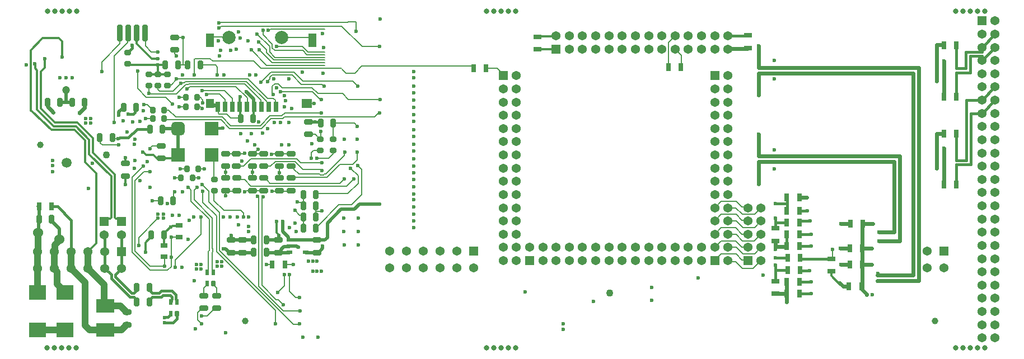
<source format=gbl>
G04*
G04 #@! TF.GenerationSoftware,Altium Limited,Altium Designer,20.0.2 (26)*
G04*
G04 Layer_Physical_Order=4*
G04 Layer_Color=16737819*
%FSLAX44Y44*%
%MOMM*%
G71*
G01*
G75*
%ADD14C,0.6000*%
%ADD15C,0.2000*%
%ADD18R,0.8000X1.3000*%
%ADD21R,2.8000X2.0000*%
%ADD25R,1.3000X0.8000*%
G04:AMPARAMS|DCode=31|XSize=0.8mm|YSize=1.3mm|CornerRadius=0.2mm|HoleSize=0mm|Usage=FLASHONLY|Rotation=180.000|XOffset=0mm|YOffset=0mm|HoleType=Round|Shape=RoundedRectangle|*
%AMROUNDEDRECTD31*
21,1,0.8000,0.9000,0,0,180.0*
21,1,0.4000,1.3000,0,0,180.0*
1,1,0.4000,-0.2000,0.4500*
1,1,0.4000,0.2000,0.4500*
1,1,0.4000,0.2000,-0.4500*
1,1,0.4000,-0.2000,-0.4500*
%
%ADD31ROUNDEDRECTD31*%
G04:AMPARAMS|DCode=34|XSize=0.8mm|YSize=1.3mm|CornerRadius=0.2mm|HoleSize=0mm|Usage=FLASHONLY|Rotation=270.000|XOffset=0mm|YOffset=0mm|HoleType=Round|Shape=RoundedRectangle|*
%AMROUNDEDRECTD34*
21,1,0.8000,0.9000,0,0,270.0*
21,1,0.4000,1.3000,0,0,270.0*
1,1,0.4000,-0.4500,-0.2000*
1,1,0.4000,-0.4500,0.2000*
1,1,0.4000,0.4500,0.2000*
1,1,0.4000,0.4500,-0.2000*
%
%ADD34ROUNDEDRECTD34*%
G04:AMPARAMS|DCode=35|XSize=0.8mm|YSize=1mm|CornerRadius=0.2mm|HoleSize=0mm|Usage=FLASHONLY|Rotation=0.000|XOffset=0mm|YOffset=0mm|HoleType=Round|Shape=RoundedRectangle|*
%AMROUNDEDRECTD35*
21,1,0.8000,0.6000,0,0,0.0*
21,1,0.4000,1.0000,0,0,0.0*
1,1,0.4000,0.2000,-0.3000*
1,1,0.4000,-0.2000,-0.3000*
1,1,0.4000,-0.2000,0.3000*
1,1,0.4000,0.2000,0.3000*
%
%ADD35ROUNDEDRECTD35*%
G04:AMPARAMS|DCode=38|XSize=0.8mm|YSize=1mm|CornerRadius=0.2mm|HoleSize=0mm|Usage=FLASHONLY|Rotation=270.000|XOffset=0mm|YOffset=0mm|HoleType=Round|Shape=RoundedRectangle|*
%AMROUNDEDRECTD38*
21,1,0.8000,0.6000,0,0,270.0*
21,1,0.4000,1.0000,0,0,270.0*
1,1,0.4000,-0.3000,-0.2000*
1,1,0.4000,-0.3000,0.2000*
1,1,0.4000,0.3000,0.2000*
1,1,0.4000,0.3000,-0.2000*
%
%ADD38ROUNDEDRECTD38*%
G04:AMPARAMS|DCode=40|XSize=2.54mm|YSize=0.9144mm|CornerRadius=0mm|HoleSize=0mm|Usage=FLASHONLY|Rotation=90.000|XOffset=0mm|YOffset=0mm|HoleType=Round|Shape=Octagon|*
%AMOCTAGOND40*
4,1,8,0.2286,1.2700,-0.2286,1.2700,-0.4572,1.0414,-0.4572,-1.0414,-0.2286,-1.2700,0.2286,-1.2700,0.4572,-1.0414,0.4572,1.0414,0.2286,1.2700,0.0*
%
%ADD40OCTAGOND40*%

%ADD48C,1.0000*%
%ADD88C,0.4000*%
%ADD90C,0.5000*%
%ADD91C,1.0000*%
%ADD92C,0.3810*%
%ADD93C,0.3000*%
%ADD95C,1.3716*%
%ADD96R,1.3716X1.3716*%
%ADD97R,1.3716X1.3716*%
%ADD98C,2.0000*%
%ADD99C,1.5240*%
%ADD100C,0.6000*%
%ADD101C,1.1000*%
%ADD102C,1.5000*%
%ADD103C,1.2000*%
%ADD104C,0.8000*%
%ADD117R,1.0000X0.8000*%
%ADD118R,0.6000X0.9000*%
G04:AMPARAMS|DCode=119|XSize=0.9mm|YSize=0.6mm|CornerRadius=0.15mm|HoleSize=0mm|Usage=FLASHONLY|Rotation=90.000|XOffset=0mm|YOffset=0mm|HoleType=Round|Shape=RoundedRectangle|*
%AMROUNDEDRECTD119*
21,1,0.9000,0.3000,0,0,90.0*
21,1,0.6000,0.6000,0,0,90.0*
1,1,0.3000,0.1500,0.3000*
1,1,0.3000,0.1500,-0.3000*
1,1,0.3000,-0.1500,-0.3000*
1,1,0.3000,-0.1500,0.3000*
%
%ADD119ROUNDEDRECTD119*%
%ADD120R,0.9500X0.6000*%
%ADD121R,2.0000X2.0000*%
G04:AMPARAMS|DCode=122|XSize=2mm|YSize=2mm|CornerRadius=0.5mm|HoleSize=0mm|Usage=FLASHONLY|Rotation=270.000|XOffset=0mm|YOffset=0mm|HoleType=Round|Shape=RoundedRectangle|*
%AMROUNDEDRECTD122*
21,1,2.0000,1.0000,0,0,270.0*
21,1,1.0000,2.0000,0,0,270.0*
1,1,1.0000,-0.5000,-0.5000*
1,1,1.0000,-0.5000,0.5000*
1,1,1.0000,0.5000,0.5000*
1,1,1.0000,0.5000,-0.5000*
%
%ADD122ROUNDEDRECTD122*%
%ADD123R,2.5000X2.3000*%
%ADD124R,0.7000X1.6000*%
%ADD125R,1.2000X1.4000*%
%ADD126R,1.6000X1.4000*%
%ADD127R,1.2000X2.0000*%
D14*
X3255912Y585108D02*
G03*
X3256520Y583640I2076J0D01*
G01*
Y661640D02*
G03*
X3254106Y662640I-2414J-2414D01*
G01*
X3001520Y356640D02*
X3017520D01*
X3155520Y305140D02*
X3218020D01*
X3155520Y313640D02*
X3209520D01*
X3157520Y365640D02*
X3189020D01*
X3157520Y378640D02*
X3180520D01*
X3189020Y365640D02*
Y493790D01*
X2975520D02*
X3189020D01*
X3180520Y378640D02*
Y485290D01*
X2975520Y493790D02*
Y527140D01*
Y485290D02*
X3180520D01*
X2975520Y451940D02*
Y485290D01*
X3132520Y291640D02*
Y354640D01*
X3100520Y329640D02*
X3113520D01*
X3037470Y431640D02*
X3048520D01*
X3098520Y301640D02*
X3103535Y296625D01*
X3132520Y329640D02*
X3146520D01*
X3132520Y354640D02*
X3146520D01*
X3134296Y391640D02*
X3148520D01*
X3133520Y392416D02*
X3134296Y391640D01*
X3218020Y305140D02*
Y627790D01*
X2975520D02*
X3218020D01*
X3209520Y313640D02*
Y619290D01*
X2975520D02*
X3209520D01*
X3245520Y607640D02*
Y662640D01*
X3254106D01*
X2975520Y627790D02*
Y661140D01*
Y585940D02*
Y619290D01*
X3139520Y283640D02*
Y284640D01*
X3132520Y354640D02*
Y390640D01*
X2929520Y655640D02*
X2930520Y656640D01*
X2958520D01*
X2959520Y657640D01*
X3100520Y391640D02*
X3114520D01*
X3099520Y354640D02*
X3113520D01*
X3103535Y296625D02*
X3108505D01*
X3132520Y390640D02*
X3133520Y391640D01*
X3132520Y291640D02*
X3139520Y284640D01*
X3018520Y272640D02*
Y285640D01*
X3001520D02*
X3018520D01*
Y303640D02*
X3018520Y303640D01*
X3018520Y285640D02*
Y303640D01*
X3001520Y356640D02*
Y365640D01*
X3017520Y356640D02*
X3018520Y357640D01*
X3255912Y450900D02*
Y505640D01*
Y450900D02*
X3256128D01*
X3245520Y528270D02*
X3256128D01*
X3245520Y475640D02*
Y528270D01*
X3255912Y585108D02*
Y637640D01*
X1900520Y568987D02*
Y575640D01*
X1956520Y566640D02*
Y575640D01*
X1948520Y559640D02*
X1955520Y566640D01*
X2158070Y568640D02*
Y570640D01*
X2157570Y571140D02*
X2158070Y570640D01*
X2148820Y571140D02*
X2157570D01*
X2146320Y573640D02*
X2148820Y571140D01*
X1900520Y568987D02*
X1909193Y560313D01*
D15*
X2967522Y323640D02*
X2979522Y335640D01*
X2951471Y323640D02*
X2967522D01*
X3087520Y339640D02*
Y352640D01*
X3086520Y338640D02*
X3087520Y339640D01*
X3085520Y338640D02*
X3086520D01*
X2315348Y602640D02*
X2318348Y599640D01*
X2318520Y600195D02*
Y600195D01*
X2365520Y619640D02*
X2375835Y629955D01*
X2346308Y625110D02*
X2351778Y619640D01*
X2212203Y637900D02*
X2222993Y627110D01*
X2150350Y637900D02*
X2212203D01*
X2351778Y619640D02*
X2365520D01*
X2222993Y627110D02*
X2345309D01*
X2146540Y641710D02*
X2150350Y637900D01*
X2123680Y641710D02*
X2146540D01*
X2122410Y640440D02*
X2123680Y641710D01*
X2122410Y616880D02*
Y640440D01*
X2542911Y629955D02*
X2546396Y626470D01*
X2231520Y329640D02*
X2240520D01*
X2224520Y298155D02*
Y430640D01*
X2858520Y628640D02*
X2858520Y628640D01*
X2849520Y655640D02*
X2858692Y646468D01*
Y644812D02*
Y646468D01*
Y628640D02*
Y644640D01*
X2839520Y628640D02*
X2839662Y628782D01*
Y665782D02*
X2849520Y675640D01*
X2839662Y628782D02*
Y665782D01*
X2919378Y345498D02*
X2941987D01*
X2941329Y333782D02*
X2951471Y323640D01*
X2929520Y335640D02*
X2931378Y333782D01*
X2941329D01*
X2909520Y335640D02*
X2919378Y345498D01*
X2950836Y336649D02*
X2958513D01*
X2941987Y345498D02*
X2950836Y336649D01*
X2958513D02*
X2959522Y335640D01*
X2969664Y345782D02*
X2979522Y355640D01*
X2929520D02*
X2942086D01*
X2951944Y345782D01*
X2969664D01*
X2959104Y356058D02*
X2959522Y355640D01*
X2919378Y365498D02*
X2941396D01*
X2951648Y365640D02*
X2969522D01*
X2929520Y375640D02*
X2941648D01*
X2909520Y355640D02*
X2919378Y365498D01*
X2950836Y356058D02*
X2959104D01*
X2969522Y365640D02*
X2979522Y375640D01*
X2941043Y385640D02*
X2950836Y375847D01*
X2919520Y385640D02*
X2941043D01*
X2941648Y375640D02*
X2951648Y365640D01*
X2958522Y374640D02*
X2959522Y375640D01*
X2950836Y375847D02*
X2957315D01*
X2958522Y374640D01*
X2951855Y385782D02*
X2969664D01*
X2941997Y395640D02*
X2951855Y385782D01*
X2909520Y375640D02*
X2919520Y385640D01*
X2929520Y395640D02*
X2941997D01*
X2969664Y385782D02*
X2979522Y395640D01*
X2919378Y425498D02*
X2942252D01*
X2941960Y405640D02*
X2950836Y396764D01*
X2958398D01*
X2919520Y405640D02*
X2941960D01*
X2958398Y396764D02*
X2959522Y395640D01*
X2941385Y415640D02*
X2951243Y405782D01*
X2929520Y415640D02*
X2941385D01*
X2909520Y395640D02*
X2919520Y405640D01*
X2951243Y405782D02*
X2969664D01*
X2979522Y415640D01*
X2909520D02*
X2919378Y425498D01*
X2958258Y416904D02*
X2959522Y415640D01*
X2950845Y416904D02*
X2958258D01*
X2941396Y365498D02*
X2950836Y356058D01*
X2942252Y425498D02*
X2950845Y416904D01*
X2563520Y626640D02*
X2580700D01*
X2590090Y617250D01*
X2375835Y629955D02*
X2542911D01*
X2367519Y682639D02*
Y695977D01*
X2366606Y696890D02*
X2367519Y695977D01*
X2354770Y696890D02*
X2366606D01*
X2231289Y650871D02*
X2242802Y639358D01*
X2159520Y687640D02*
X2159692D01*
X2161837Y689785D01*
X2161918D01*
X2162773Y690640D01*
X2345094D01*
X2151320Y674640D02*
X2173520D01*
X2111520Y595640D02*
X2112602D01*
X2115842Y598880D02*
X2185463D01*
X2113517Y602640D02*
X2113757Y602880D01*
X2198433D01*
X2108618Y606880D02*
X2160205D01*
X2106905Y605167D02*
X2108618Y606880D01*
X2119925Y610880D02*
X2119925Y610880D01*
X2125465D02*
X2125465Y610880D01*
X2104035D02*
X2119925D01*
X2103285Y605167D02*
X2106905D01*
X2119925Y610880D02*
X2125465D01*
X2125465Y610880D02*
X2154510D01*
X2112602Y595640D02*
X2115842Y598880D01*
X2134280Y593082D02*
X2167932D01*
X2185463Y598880D02*
X2202520Y581823D01*
X2110035Y602640D02*
X2113517D01*
X2201573Y606880D02*
X2232570Y575883D01*
X2203675Y610880D02*
X2232991Y581564D01*
X2286520Y607640D02*
X2361977D01*
X2273369Y620791D02*
X2286520Y607640D01*
X2300548Y597640D02*
X2309548Y588640D01*
X2255762Y597640D02*
X2300548D01*
X2249763Y603639D02*
X2255762Y597640D01*
X2244034Y603639D02*
X2249763D01*
X2240519Y600125D02*
X2244034Y603639D01*
X2240519Y588488D02*
Y600125D01*
Y588488D02*
X2241444Y587564D01*
X2241704Y581564D02*
X2244800Y578468D01*
X2232991Y581564D02*
X2241704D01*
X2167932Y593082D02*
X2180070Y580944D01*
X2160893Y587610D02*
X2169070Y579433D01*
X2141284Y587610D02*
X2160893D01*
X2160205Y606880D02*
X2201573D01*
X2103795Y610640D02*
X2104035Y610880D01*
X2095520Y610640D02*
X2103795D01*
X2154510Y610880D02*
X2203675D01*
X2107520Y580640D02*
X2109520Y582640D01*
X2266520Y288827D02*
X2275706Y279640D01*
X2266520Y288827D02*
Y314640D01*
X2275706Y279640D02*
X2281520D01*
X2169520Y476640D02*
X2169520Y476640D01*
Y461640D02*
Y476640D01*
X2210520Y499640D02*
X2210520Y499640D01*
X2167155Y411640D02*
X2192520D01*
X2152348Y435812D02*
X2152470Y435690D01*
X2192520Y411640D02*
X2196520Y407640D01*
X1979520Y521640D02*
X1980520Y520640D01*
X1998520Y521640D02*
X1999520Y520640D01*
X2072520Y509640D02*
X2072520Y509640D01*
X2092520Y460640D02*
X2102520D01*
X2101520Y474640D02*
X2111520D01*
X2141520Y299140D02*
Y300640D01*
X2136520Y294140D02*
X2141520Y299140D01*
X2136520Y282640D02*
Y294140D01*
X2151520Y299140D02*
Y300640D01*
Y299140D02*
X2156520Y294140D01*
Y282640D02*
Y294140D01*
X2154020Y263640D02*
X2156520D01*
X2142020Y251640D02*
X2154020Y263640D01*
X2133520Y251640D02*
X2142020D01*
X2134020Y263640D02*
X2136520D01*
X2127520Y257140D02*
X2134020Y263640D01*
X2127520Y245640D02*
Y257140D01*
Y245640D02*
X2133520Y239640D01*
X2244800Y569910D02*
X2246070Y568640D01*
X2102520Y604402D02*
X2103285Y605167D01*
X2202070Y568640D02*
X2202520Y569090D01*
X1999520Y520640D02*
X2007520D01*
X2053520Y600640D02*
X2054520Y599640D01*
X2067520Y594640D02*
Y600640D01*
Y594640D02*
X2069520Y592640D01*
X2090520D01*
X2082520Y601640D02*
X2087520D01*
X2081520Y600640D02*
X2082520Y601640D01*
X2244800Y569910D02*
Y578468D01*
X2053520Y598640D02*
X2054520Y599640D01*
X2053520Y587640D02*
Y598640D01*
X2090520Y592640D02*
X2101932Y604052D01*
X2099520Y582640D02*
X2109520D01*
X2099520Y568640D02*
X2109520D01*
X2036520Y596303D02*
Y622640D01*
X2053520Y587640D02*
X2095035D01*
X2049996Y582827D02*
X2079333D01*
X2089277Y572883D01*
X2036520Y596303D02*
X2049996Y582827D01*
X2055005Y505640D02*
X2059005Y509640D01*
X2072520D01*
X2119520Y460640D02*
X2120520Y459640D01*
X2286520Y384640D02*
X2286520Y384640D01*
X2287520Y419414D02*
Y420495D01*
X2284596Y423419D02*
X2287520Y420495D01*
X2076520Y563640D02*
X2083520D01*
X2058520Y426640D02*
X2071520D01*
X2090520D02*
Y429140D01*
X2092520Y438558D02*
Y439764D01*
X2091119Y429739D02*
Y437156D01*
X2092520Y438558D01*
X2090520Y429140D02*
X2091119Y429739D01*
X2082101Y321344D02*
X2087500Y326742D01*
X2055930Y321344D02*
X2082101D01*
X2032520Y350411D02*
Y457125D01*
X1980520Y513640D02*
Y520640D01*
Y513640D02*
X1983520Y510640D01*
X2008520D01*
X2097520Y631640D02*
X2105020D01*
X2112520D01*
X2092520Y648640D02*
X2095520Y645640D01*
X2092520Y648640D02*
Y654640D01*
Y673640D02*
X2105348D01*
X2105020Y631640D02*
X2105520Y632140D01*
Y673640D01*
X2048520Y660640D02*
X2057520Y651640D01*
X2067520D01*
X2048520Y660640D02*
Y680360D01*
X2048180Y680700D02*
X2048520Y680360D01*
X1982520Y621640D02*
Y636568D01*
X2169520Y440640D02*
X2186520D01*
X2169520Y434054D02*
Y440640D01*
X2199602Y439640D02*
X2201371Y441408D01*
X2251520Y440640D02*
X2268520D01*
X2251520Y440640D02*
X2251520Y440640D01*
X2169520Y497640D02*
X2185520D01*
X2210520Y469640D02*
Y478640D01*
X2210520Y478640D02*
X2210520Y478640D01*
Y459640D02*
Y469640D01*
X2268520Y497640D02*
X2268520Y497640D01*
Y459640D02*
X2271020D01*
X2275077Y462023D02*
X2275192Y462138D01*
X2251520Y459640D02*
Y468640D01*
Y478640D01*
X2198259Y458140D02*
X2207759Y448640D01*
X2186520Y459640D02*
X2188020Y458140D01*
X2220949Y448640D02*
X2220949Y448640D01*
X2237020Y452640D02*
X2342520D01*
X2230479Y459640D02*
X2233020Y457099D01*
X2240520Y440640D02*
X2251520D01*
X2271020Y459640D02*
X2273403Y462023D01*
X2240602Y496640D02*
X2241602Y497640D01*
X2268520D01*
X2283515Y423419D02*
X2284596D01*
X2287520Y418536D02*
Y419414D01*
Y435640D01*
Y384536D02*
Y401536D01*
X2306520D02*
Y410036D01*
Y418536D01*
Y410036D02*
X2314916D01*
X2315520Y410640D01*
X2306520Y385512D02*
X2309444Y388436D01*
X2375659Y435532D02*
Y473501D01*
X2120520Y459640D02*
X2121520Y460640D01*
X2129520D01*
X2128520Y474640D02*
X2137520D01*
X2152348Y435812D02*
Y438716D01*
X2180070Y568640D02*
Y580944D01*
X2312892Y579640D02*
X2313520D01*
X2152106Y460226D02*
Y492054D01*
X2150520Y458640D02*
X2152106Y460226D01*
X2169070Y568640D02*
Y579433D01*
X2152144Y438921D02*
X2152348Y438716D01*
X2152470Y426325D02*
Y435690D01*
X2149239Y438921D02*
X2152144D01*
X2152470Y426325D02*
X2167155Y411640D01*
X2148520Y495640D02*
X2152106Y492054D01*
X2144520Y424640D02*
Y440640D01*
X2309444Y389419D02*
X2310427D01*
X2341147Y420139D01*
X2306520Y384536D02*
Y385512D01*
X2309444Y388436D02*
Y389419D01*
X2341147Y420139D02*
X2360265D01*
X2369520Y479640D02*
X2375659Y473501D01*
X2273306Y473854D02*
Y475716D01*
X2270382Y478640D02*
X2273306Y475716D01*
X2268520Y478640D02*
X2270382D01*
X2227520Y478640D02*
X2237949D01*
X2244949Y485640D01*
X2261949D01*
X2261949Y485640D01*
X2275091D01*
X2286855Y473876D01*
X2273403Y462023D02*
X2275077D01*
X2210520Y497640D02*
X2212479D01*
X2227520D01*
X2212479D02*
X2212521D01*
X2286855Y473876D02*
X2315520D01*
X2306520Y435640D02*
X2307770Y436890D01*
X2220949Y448640D02*
X2352520D01*
X2188020Y458140D02*
X2198259D01*
X2233020Y456640D02*
X2237020Y452640D01*
X2311870Y519790D02*
X2312520D01*
X2305020Y526640D02*
X2311870Y519790D01*
X2295520Y526640D02*
X2305020D01*
X2332520Y519790D02*
Y543640D01*
X2364520D01*
X2299392Y499512D02*
X2302670Y502790D01*
X2312520D01*
X2325519Y490639D02*
X2332520Y497640D01*
X2307936Y490639D02*
X2325519D01*
X2332520Y497640D02*
Y502790D01*
X2095035Y587640D02*
X2110035Y602640D01*
X2087520Y601640D02*
X2095520Y609640D01*
Y610640D01*
X2400764Y559384D02*
X2400863Y559285D01*
X2394665Y553285D02*
X2400764Y559384D01*
X2126520Y582640D02*
X2131348D01*
X2134078Y592880D02*
X2134280Y593082D01*
X2270369Y616791D02*
X2284520Y602640D01*
X2315348D01*
X2236662Y613125D02*
X2240328Y616791D01*
X2212521Y497640D02*
X2218933Y504053D01*
X2083520Y563640D02*
X2094290Y552870D01*
X2273306Y473854D02*
X2280520Y466640D01*
X2312520Y519790D02*
X2313520Y520790D01*
X2259520Y559640D02*
X2314302D01*
X2259165Y553285D02*
X2394665D01*
X2134520Y450640D02*
X2144520Y440640D01*
X2140756Y587082D02*
X2141284Y587610D01*
X2135520Y423640D02*
Y440640D01*
X2277520Y489640D02*
X2283520Y483640D01*
X2400863Y559285D02*
X2402520D01*
X2254520Y554640D02*
X2259520Y559640D01*
X2376094Y659640D02*
X2402520D01*
X2286054Y659639D02*
X2294227Y651466D01*
X2286397Y653639D02*
X2292570Y647466D01*
X2231824Y631335D02*
X2319520D01*
X2244459Y643358D02*
X2319520D01*
X2242802Y639358D02*
X2319520D01*
X2208519Y654639D02*
X2231824Y631335D01*
X2239825Y635335D02*
X2319520D01*
X2220520Y654640D02*
X2239825Y635335D01*
X2162605Y696750D02*
X2354630D01*
X2048520Y550573D02*
X2059453D01*
X2294227Y651466D02*
X2319520D01*
X2292570Y647466D02*
X2319520D01*
X2246519Y659639D02*
X2286054D01*
X2240520Y662125D02*
Y663640D01*
X2240519Y662124D02*
X2240520Y662125D01*
X2240519Y657154D02*
Y662124D01*
Y657154D02*
X2244034Y653639D01*
X2286397D01*
X2231289Y650871D02*
Y654871D01*
X2219520Y666640D02*
X2231289Y654871D01*
X2089277Y572397D02*
Y572883D01*
X2223520Y605640D02*
X2238671Y620791D01*
X2240328Y616791D02*
X2270369D01*
X2236519Y651298D02*
X2244459Y643358D01*
X2275192Y462138D02*
X2310879D01*
X2311377Y461640D01*
X2280520Y466640D02*
X2312033D01*
X2313034Y465639D01*
X2299392Y490713D02*
Y499512D01*
X2283520Y483640D02*
X2315520D01*
X2311377Y461640D02*
X2319661D01*
X2320159Y462138D01*
X2323037D01*
X2342539Y481639D01*
X2313034Y465639D02*
X2318004D01*
X2319005Y466640D01*
X2321520D01*
X2352520Y448640D02*
X2363519Y459639D01*
X2239520Y496640D02*
X2240602D01*
X2207759Y448640D02*
X2220949D01*
X2233020Y456640D02*
Y457099D01*
X2055005Y505640D02*
X2055520Y505126D01*
Y504639D02*
Y505126D01*
X2370115Y452219D02*
Y464043D01*
X2358519Y474557D02*
X2359601D01*
X2196520Y401640D02*
Y407640D01*
X2135520Y423640D02*
X2156520Y403640D01*
X2283324Y423610D02*
X2283515Y423419D01*
X2278520Y423610D02*
X2283324D01*
X2278519Y423611D02*
X2278520Y423610D01*
X2278519Y423611D02*
Y424640D01*
X2218520Y433241D02*
X2220078Y431683D01*
X2224520Y430640D02*
X2226520Y432640D01*
X2046035Y470640D02*
X2055520D01*
X2222845Y569865D02*
X2224070Y568640D01*
X2232570Y571140D02*
Y575883D01*
X2222845Y569865D02*
Y578468D01*
X2232570Y571140D02*
X2235070Y568640D01*
X2154520Y631640D02*
X2157520Y628640D01*
Y616880D02*
Y628640D01*
X2131520Y631640D02*
X2154520D01*
X2254320Y673640D02*
X2297320D01*
X2301320Y669640D01*
X2173520Y674640D02*
X2174520Y673640D01*
X2146320Y669640D02*
X2151320Y674640D01*
X2226520Y677640D02*
Y684640D01*
Y677640D02*
X2240520Y663640D01*
X2235602Y684640D02*
X2237602Y686640D01*
X2234520Y684640D02*
X2235602D01*
X2162404Y696550D02*
X2162605Y696750D01*
X2237602Y686640D02*
X2319520D01*
X2160198Y696550D02*
X2162404D01*
X2354630Y696750D02*
X2354770Y696890D01*
X2159433Y695785D02*
X2160198Y696550D01*
X2299251Y490572D02*
X2299392Y490713D01*
X2299251Y490223D02*
Y490572D01*
X2259520Y329640D02*
X2272520D01*
X2001520Y645793D02*
X2021526Y665799D01*
X2051601Y571559D02*
X2055520Y567640D01*
X2055979D01*
X2059453Y550573D02*
X2059520Y550640D01*
X2055979Y567640D02*
X2059520Y564099D01*
X2045582Y571559D02*
X2051601D01*
X2059520Y563640D02*
Y564099D01*
X2028520Y348754D02*
X2055930Y321344D01*
X2028520Y348754D02*
Y461640D01*
X2045676Y478796D01*
X2032520Y457125D02*
X2046035Y470640D01*
X2236519Y651298D02*
Y659641D01*
X2217520Y678640D02*
X2236519Y659641D01*
X2233520Y606640D02*
Y607722D01*
X2236662Y610864D02*
Y613125D01*
X2238671Y620791D02*
X2273369D01*
X2318157Y599832D02*
X2318520Y600195D01*
X2233520Y607722D02*
X2236662Y610864D01*
X2135320Y578268D02*
X2135520Y578468D01*
X2135320Y574739D02*
Y578268D01*
X2131348Y582640D02*
X2135520Y578468D01*
X2126520Y568640D02*
X2131520D01*
X2134520Y565640D01*
X2038520Y370640D02*
X2067520Y399640D01*
X2038520Y358640D02*
Y370640D01*
X2151520Y317640D02*
Y319140D01*
X2149220Y322312D02*
Y333704D01*
X2122270Y427643D02*
Y442390D01*
X2126458Y446578D01*
X2122270Y427643D02*
X2149531Y400382D01*
X2117770Y425779D02*
Y442390D01*
X2113520Y445558D02*
Y446640D01*
X2114602Y445558D02*
X2117770Y442390D01*
Y425779D02*
X2145031Y398518D01*
Y351171D02*
Y398518D01*
X2126458Y446578D02*
X2126561D01*
X2113520Y445558D02*
X2114602D01*
X2087500Y342537D02*
X2087602Y342640D01*
X2087520Y342722D02*
Y371640D01*
X2132424Y401544D02*
X2132520Y401640D01*
X2093520Y336309D02*
X2132424Y375212D01*
X2087520Y342722D02*
X2087602Y342640D01*
X2087500Y326742D02*
Y342537D01*
X2093520Y325640D02*
Y336309D01*
X2132424Y375212D02*
Y401544D01*
X2143812Y349952D02*
X2145031Y351171D01*
X2143812Y331475D02*
Y349952D01*
X2141520Y317640D02*
X2143520Y319640D01*
X2149520D02*
Y322012D01*
X2143520Y322012D02*
X2143820Y322312D01*
X2143812Y331475D02*
X2143820Y331467D01*
X2149212Y333712D02*
X2149220Y333704D01*
X2143820Y322312D02*
Y331467D01*
X2150431Y348934D02*
Y353407D01*
X2149531Y354308D02*
Y400382D01*
X2149212Y333712D02*
Y347715D01*
X2143520Y319640D02*
Y322012D01*
X2149520Y319640D02*
X2151520Y317640D01*
X2149531Y354308D02*
X2150431Y353407D01*
X2149212Y347715D02*
X2150431Y348934D01*
X2149220Y322312D02*
X2149520Y322012D01*
X2185520Y497640D02*
X2197520D01*
X2198519Y498639D01*
X2207949Y489640D02*
X2277520D01*
X2185520Y478640D02*
X2196949D01*
X2207949Y489640D01*
X2218933Y504053D02*
Y504552D01*
X2076520Y550640D02*
X2078290Y548870D01*
X2158070Y568640D02*
X2158520Y568190D01*
Y558812D02*
X2159692Y557640D01*
X2158520Y558812D02*
Y568190D01*
X2078290Y548870D02*
X2162789D01*
X2094290Y552870D02*
X2164446D01*
X2171520Y557640D02*
X2177520Y551640D01*
X2159692Y557640D02*
X2171520D01*
X2177520Y551640D02*
X2191740D01*
X2191905Y551475D01*
X2192740Y550640D01*
X2313520Y579640D02*
X2314998D01*
X2292321Y573639D02*
X2303519D01*
X2292320Y573640D02*
X2292321Y573639D01*
X2309548Y588640D02*
X2346520D01*
X2355520Y579640D01*
X2403520D01*
X2314302Y559640D02*
X2314657Y559285D01*
X2256520Y550640D02*
X2259165Y553285D01*
X2345094Y690640D02*
X2376094Y659640D01*
X2210520Y441640D02*
X2227520D01*
X2198520Y439640D02*
X2199602D01*
X2201371Y441408D02*
X2210289D01*
X2210520Y441640D02*
X2210520Y441640D01*
X2210289Y441408D02*
X2210520Y441640D01*
X2274520Y411640D02*
X2281520Y404640D01*
X2274520Y411640D02*
Y411640D01*
X2281520Y404640D02*
X2284596D01*
X2287520Y401716D01*
Y401536D02*
Y401716D01*
X2202520Y569090D02*
Y581823D01*
X2313520Y520790D02*
Y531640D01*
X2307519Y490223D02*
X2307936Y490639D01*
X2300892Y591639D02*
X2312892Y579640D01*
X2252519Y591639D02*
X2300892D01*
X2198433Y602880D02*
X2222845Y578468D01*
X2238662Y550640D02*
X2256520D01*
X2223661Y535639D02*
X2238662Y550640D01*
X2162789Y548870D02*
X2176019Y535639D01*
X2223661D01*
X2237005Y554640D02*
X2254520D01*
X2222005Y539639D02*
X2237005Y554640D01*
X2164446Y552870D02*
X2177676Y539639D01*
X2222005D01*
X2361977Y607640D02*
X2369494Y600123D01*
X2087520Y371640D02*
X2099520D01*
X2076520Y341640D02*
X2077520Y340640D01*
Y327640D02*
Y340640D01*
X2032520Y350411D02*
X2055291Y327640D01*
X2077520D01*
X2361977Y607640D02*
X2369612Y600005D01*
X2144520Y424640D02*
X2160520Y408640D01*
X2354786Y436890D02*
X2370115Y452219D01*
X2307770Y436890D02*
X2354786D01*
X2360265Y420139D02*
X2375659Y435532D01*
X2359601Y474557D02*
X2370115Y464043D01*
X2363519Y459639D02*
Y459640D01*
X2350520Y498558D02*
Y499640D01*
X2349755Y498875D02*
X2350520Y499640D01*
X2364520Y543640D02*
X2368875Y539285D01*
X2368520Y488393D02*
Y499640D01*
X2321520Y466640D02*
X2349755Y494875D01*
Y498875D01*
X2342539Y481639D02*
X2361766D01*
X2368520Y488393D01*
X2342520Y452640D02*
X2349520Y459640D01*
X1982520Y636568D02*
X2010080Y664128D01*
X2021526Y679446D02*
X2022780Y680700D01*
X2010080Y664128D02*
Y680700D01*
X2021526Y665799D02*
Y679446D01*
X2001520Y544640D02*
Y645793D01*
X2156520Y349184D02*
Y403640D01*
X2160520Y350841D02*
Y408640D01*
X2220078Y296940D02*
Y431683D01*
X2257378Y259640D02*
X2282520D01*
X2271920Y239442D02*
X2281718D01*
X2245520Y239640D02*
Y260184D01*
X2156520Y349184D02*
X2245520Y260184D01*
X2160520Y350841D02*
X2271920Y239442D01*
X2220078Y296940D02*
X2257378Y259640D01*
X2249617Y276394D02*
X2256945Y269065D01*
X2246281Y276394D02*
X2249617D01*
X2224520Y298155D02*
X2246281Y276394D01*
X2248520Y287640D02*
X2258520Y297640D01*
Y314640D01*
D18*
X2839520Y628640D02*
D03*
X2858520D02*
D03*
X3038520Y321640D02*
D03*
X3019520D02*
D03*
Y339640D02*
D03*
X3038520D02*
D03*
X3037520Y303640D02*
D03*
X3018520D02*
D03*
X3037520Y285640D02*
D03*
X3018520D02*
D03*
X3037520Y357640D02*
D03*
X3018520D02*
D03*
X3112520Y296640D02*
D03*
X3131520D02*
D03*
X3113520Y329640D02*
D03*
X3132520D02*
D03*
X3113520Y354640D02*
D03*
X3132520D02*
D03*
X3114520Y391640D02*
D03*
X3133520D02*
D03*
X3018470Y431640D02*
D03*
X3037470D02*
D03*
X3037520Y411370D02*
D03*
X3018520D02*
D03*
X3037520Y393640D02*
D03*
X3018520D02*
D03*
X3037520Y375640D02*
D03*
X3018520D02*
D03*
X3275128Y450900D02*
D03*
X3256128D02*
D03*
X3275128Y528270D02*
D03*
X3256128D02*
D03*
X3275128Y661640D02*
D03*
X3256128D02*
D03*
X3275128Y583640D02*
D03*
X3256128D02*
D03*
X2544520Y626640D02*
D03*
X2563520D02*
D03*
X2240520Y329640D02*
D03*
X2259520D02*
D03*
X1906520Y417640D02*
D03*
X1887520D02*
D03*
D21*
X1987520Y230640D02*
D03*
Y267470D02*
D03*
D25*
X2641520Y674640D02*
D03*
Y655640D02*
D03*
X2959520Y676640D02*
D03*
Y657640D02*
D03*
X3001520Y304640D02*
D03*
Y285640D02*
D03*
Y384640D02*
D03*
Y365640D02*
D03*
X3085520Y338640D02*
D03*
Y319640D02*
D03*
D31*
X2071520Y426640D02*
D03*
X2090520D02*
D03*
X2057520Y374640D02*
D03*
X2076520D02*
D03*
X2212520Y348690D02*
D03*
X2231520D02*
D03*
X2306520Y384536D02*
D03*
X2287520D02*
D03*
X2306520Y401536D02*
D03*
X2287520D02*
D03*
Y418536D02*
D03*
X2306520D02*
D03*
X2287520Y435640D02*
D03*
X2306520D02*
D03*
X2313520Y543640D02*
D03*
X2332520D02*
D03*
X2192740Y550640D02*
D03*
X2211740D02*
D03*
X2015520Y567640D02*
D03*
X2034520D02*
D03*
X2055520Y534640D02*
D03*
X2074520D02*
D03*
X1979520Y521640D02*
D03*
X1998520D02*
D03*
X2131520Y631640D02*
D03*
X2112520D02*
D03*
X2078520D02*
D03*
X2097520D02*
D03*
X1956520Y575640D02*
D03*
X1937520D02*
D03*
X1900520D02*
D03*
X1919520D02*
D03*
X2035520Y294640D02*
D03*
X2054520D02*
D03*
Y272640D02*
D03*
X2035520D02*
D03*
X2212520Y366690D02*
D03*
X2231520D02*
D03*
X1906520Y398640D02*
D03*
X1887520D02*
D03*
D34*
X2169520Y497640D02*
D03*
Y478640D02*
D03*
X2185520Y497640D02*
D03*
Y478640D02*
D03*
X2210520D02*
D03*
Y497640D02*
D03*
X2227520Y478640D02*
D03*
Y497640D02*
D03*
X2227520Y441640D02*
D03*
Y460640D02*
D03*
X2210520Y441640D02*
D03*
Y460640D02*
D03*
X2186520D02*
D03*
Y441640D02*
D03*
X2169520Y460640D02*
D03*
Y441640D02*
D03*
X2020520Y238640D02*
D03*
Y257640D02*
D03*
X2249520Y347690D02*
D03*
Y366690D02*
D03*
X2307520Y347640D02*
D03*
Y366640D02*
D03*
X2295520Y526640D02*
D03*
Y545640D02*
D03*
X2072520Y490640D02*
D03*
Y509640D02*
D03*
X2018520Y463640D02*
D03*
Y482640D02*
D03*
X2178520Y347690D02*
D03*
Y366690D02*
D03*
X2195520D02*
D03*
Y347690D02*
D03*
X2092520Y654640D02*
D03*
Y673640D02*
D03*
X2251520Y441640D02*
D03*
Y460640D02*
D03*
Y478640D02*
D03*
Y497640D02*
D03*
X2268520Y441640D02*
D03*
Y460640D02*
D03*
Y478640D02*
D03*
Y497640D02*
D03*
X2156520Y282640D02*
D03*
Y263640D02*
D03*
X2136520D02*
D03*
Y282640D02*
D03*
D35*
X2128520Y474640D02*
D03*
X2111520D02*
D03*
X2119520Y460640D02*
D03*
X2102520D02*
D03*
X2126520Y582640D02*
D03*
X2109520D02*
D03*
Y568640D02*
D03*
X2126520D02*
D03*
X2076520Y563640D02*
D03*
X2059520D02*
D03*
Y550640D02*
D03*
X2076520D02*
D03*
D38*
X2152520Y441640D02*
D03*
Y458640D02*
D03*
X2312520Y519790D02*
D03*
Y502790D02*
D03*
X2053520Y617640D02*
D03*
Y600640D02*
D03*
X2067520D02*
D03*
Y617640D02*
D03*
X2081520D02*
D03*
Y600640D02*
D03*
X2021520Y650640D02*
D03*
Y633640D02*
D03*
X2332520Y519790D02*
D03*
Y502790D02*
D03*
D40*
X2010080Y680700D02*
D03*
X2022780D02*
D03*
X2035480D02*
D03*
X2048180D02*
D03*
D48*
X3242520Y244640D02*
D03*
X1889520Y510640D02*
D03*
X2199520Y244640D02*
D03*
D88*
X3038520Y339640D02*
X3039520Y338640D01*
X3085520D01*
X3039520Y395640D02*
X3053520D01*
X3037520Y393640D02*
X3039520Y395640D01*
X2959020Y676140D02*
X2959520Y676640D01*
X2930020Y676140D02*
X2959020D01*
X2929520Y675640D02*
X2930020Y676140D01*
X3001520Y384640D02*
Y393640D01*
X3001520Y393640D02*
X3018520D01*
X3001520Y393640D02*
X3001520Y393640D01*
X3001520Y393640D02*
Y399640D01*
Y321640D02*
X3019520D01*
X3001520D02*
Y328640D01*
Y304640D02*
Y321640D01*
X3019180Y421665D02*
Y431350D01*
X3019155Y421640D02*
X3019180Y421665D01*
Y411980D02*
Y421665D01*
X3001520Y421640D02*
X3019155D01*
X3001520Y339640D02*
X3019520D01*
X3037520Y375640D02*
X3055520D01*
X3037520Y375640D02*
X3037520Y375640D01*
X3037520Y357640D02*
X3055520D01*
X3037520Y303640D02*
X3055520D01*
X3037520Y285640D02*
X3055520D01*
X3038520Y321640D02*
X3039520Y320640D01*
X3052520D01*
X3037520Y411370D02*
X3049520D01*
X3018520Y357640D02*
Y375640D01*
X3295520Y645390D02*
X3313520D01*
Y638640D02*
X3333520Y658640D01*
X3313520D02*
X3333520Y678640D01*
X3289020Y651890D02*
X3313520D01*
X3275128Y583640D02*
Y620140D01*
X3295520D01*
X3275128Y626640D02*
Y661640D01*
Y626640D02*
X3289020D01*
Y651890D01*
X3295520Y620140D02*
Y645390D01*
X3313520Y651890D02*
Y658640D01*
Y638640D02*
Y645390D01*
Y558640D02*
X3333520Y578640D01*
X3313520D02*
X3333520Y598640D01*
X3275128Y450900D02*
Y481140D01*
X3296520D01*
X3275128Y487640D02*
Y528270D01*
Y487640D02*
X3290020D01*
Y578640D01*
X3313520D01*
X3296520Y481140D02*
Y558640D01*
X3313520D01*
X2007903Y521023D02*
X2009317D01*
X2009935Y521640D02*
X2022878D01*
X2022520Y557673D02*
X2030177D01*
X2149520Y536640D02*
X2165520D01*
X2148520Y535640D02*
X2149520Y536640D01*
X2305903Y545257D02*
X2311903D01*
X2313520Y543640D01*
X2305520Y545640D02*
X2305903Y545257D01*
X2295520Y545640D02*
X2305520D01*
X2032520Y565640D02*
X2034520Y567640D01*
X2032520Y560016D02*
Y565640D01*
X2030177Y557673D02*
X2032520Y560016D01*
X2009317Y521023D02*
X2009935Y521640D01*
X2035878Y534640D02*
X2055520D01*
X2007520Y520640D02*
X2007903Y521023D01*
X2022878Y521640D02*
X2035878Y534640D01*
X2021520Y650640D02*
X2028520Y657640D01*
Y661640D01*
X1906520Y417640D02*
X1915520D01*
X1936420Y396740D01*
Y349290D02*
Y396740D01*
D90*
X1928020Y575640D02*
X1928520Y576140D01*
X1919520Y575640D02*
X1928020D01*
X1936520D01*
X2178520Y366690D02*
X2195520D01*
X2212520D01*
X2211520Y347690D02*
X2212520Y348690D01*
X2231520Y366690D02*
X2249520D01*
X2232520Y347690D02*
X2249520D01*
X2231520Y348690D02*
X2232520Y347690D01*
X2266270Y347940D02*
X2266520Y348190D01*
X2253520Y352840D02*
X2257870Y357190D01*
X2249520Y347690D02*
X2252020D01*
X2257870Y357190D02*
X2266020D01*
X2266520Y357690D01*
X2253520Y349190D02*
Y352840D01*
X2252270Y347940D02*
X2266270D01*
X2306970Y367190D02*
X2307520Y366640D01*
X2307245Y347915D02*
X2307520Y347640D01*
X2291295Y347915D02*
X2307245D01*
X2291020Y348190D02*
X2291295Y347915D01*
X2291020Y367190D02*
X2306970D01*
X2264270Y367690D02*
Y371621D01*
X2176020Y347690D02*
X2195520D01*
X2211520D01*
X2195520Y366690D02*
X2195520Y366690D01*
X2097720Y495640D02*
Y535640D01*
X2097220Y535140D02*
X2097720Y535640D01*
X2075020Y535140D02*
X2097220D01*
X2074520Y534640D02*
X2075020Y535140D01*
X2256520Y379371D02*
X2264270Y371621D01*
Y367690D02*
X2264770Y367190D01*
X2364520Y413640D02*
X2372045Y421165D01*
X2344520Y413640D02*
X2364520D01*
X2319520Y366640D02*
X2323520Y370640D01*
Y392640D02*
X2344520Y413640D01*
X2323520Y370640D02*
Y392640D01*
X2307520Y366640D02*
X2319520D01*
X2256520Y379371D02*
Y394541D01*
X2264770Y367190D02*
X2291020D01*
X2008520Y555640D02*
Y560640D01*
X2015520Y567640D01*
X2170165Y353545D02*
X2176020Y347690D01*
X2166617Y353737D02*
X2166808Y353545D01*
X2170165D01*
X2277206Y357690D02*
X2279249Y355647D01*
X2279520D01*
X2266520Y357690D02*
X2277206D01*
X2178520Y366690D02*
Y373640D01*
X2178520Y366690D02*
X2178520Y366690D01*
X2250519Y367691D02*
X2250520Y367690D01*
X2249520Y366690D02*
X2250520Y367690D01*
X2316329Y357449D02*
X2316520Y357640D01*
X2307520Y347640D02*
X2310020D01*
X2316329Y353949D01*
Y357449D01*
X2201050Y591778D02*
X2212576Y580252D01*
Y570584D02*
Y580252D01*
Y570584D02*
X2213520Y569640D01*
X2372045Y421165D02*
X2402520D01*
X1928520Y576140D02*
Y593640D01*
X1887520Y398640D02*
X1887520Y398640D01*
Y416640D01*
Y417640D01*
X1886322Y417837D02*
X1887520Y416640D01*
X1886520Y377640D02*
X1887020Y378140D01*
Y398140D01*
X1887520Y398640D01*
X1918520Y367640D02*
Y384140D01*
X1906520Y396140D02*
X1918520Y384140D01*
X1906520Y396140D02*
Y398640D01*
X2250519Y367691D02*
X2250520Y367692D01*
X2250519Y367692D02*
X2250520Y367692D01*
X2250519Y367692D02*
Y373640D01*
D91*
X1961820Y323890D02*
Y349290D01*
X1936420Y323890D02*
Y349290D01*
X1886070Y377190D02*
X1886520Y377640D01*
X1886070Y349740D02*
Y377190D01*
X1885620Y349290D02*
X1886070Y349740D01*
X1918520Y366222D02*
Y367640D01*
X1911731Y359433D02*
X1918520Y366222D01*
X1911731Y350001D02*
Y359433D01*
X1911020Y349290D02*
X1911731Y350001D01*
X1925520Y287640D02*
X1926520D01*
X1885520D02*
X1885570Y287690D01*
Y349240D02*
X1885620Y349290D01*
X1885570Y287690D02*
Y349240D01*
X1919020Y294140D02*
X1925520Y287640D01*
X1919020Y294140D02*
Y296258D01*
X1885520Y230640D02*
X1926520D01*
X1961820Y323890D02*
X1986520Y299190D01*
Y277640D02*
Y299190D01*
X1957520Y237640D02*
Y302790D01*
X1936420Y323890D02*
X1957520Y302790D01*
Y237640D02*
X1964520Y230640D01*
X1987520D01*
X2020020Y238640D02*
X2020520D01*
X2019020Y237640D02*
X2020020Y238640D01*
X2019020Y237140D02*
Y237640D01*
X2012520Y230640D02*
X2019020Y237140D01*
X1987520Y230640D02*
X2012520D01*
X2010690Y267470D02*
X2016548Y261612D01*
Y261112D02*
Y261612D01*
Y261112D02*
X2020020Y257640D01*
X2020520D01*
X1987520Y267470D02*
X2010690D01*
X1915280Y299998D02*
X1919020Y296258D01*
X1915280Y299998D02*
Y318625D01*
X1911020Y322884D02*
Y349290D01*
Y322884D02*
X1915280Y318625D01*
D92*
X2072086Y280485D02*
X2074877Y283277D01*
X2094675Y277467D02*
X2095425Y276717D01*
X2054520Y272640D02*
X2056615Y274735D01*
Y289027D02*
X2058847Y286795D01*
X2056615Y274735D02*
Y278253D01*
X2095425Y273735D02*
X2096520Y272640D01*
X2095425Y273735D02*
Y276717D01*
X2054520Y294640D02*
X2056615Y292545D01*
Y289027D02*
Y292545D01*
X2058847Y280485D02*
X2072086D01*
X2056615Y278253D02*
X2058847Y280485D01*
X2074877Y283277D02*
X2086133D01*
X2086520Y272640D02*
X2087615Y273735D01*
Y276717D01*
X2088365Y277467D01*
Y281045D01*
X2077520Y249640D02*
X2077939Y250059D01*
X2082439D01*
X2058847Y286795D02*
X2069472D01*
X2072264Y289587D01*
X2088747D01*
X2094675Y277467D02*
Y283659D01*
X2088747Y289587D02*
X2094675Y283659D01*
X2086133Y283277D02*
X2088365Y281045D01*
X2086520Y254140D02*
Y255640D01*
X2077520Y241640D02*
X2090520D01*
X2096520Y247640D02*
Y255640D01*
X2082439Y250059D02*
X2086520Y254140D01*
X2090520Y241640D02*
X2096520Y247640D01*
X1987370Y374790D02*
X1987520Y374640D01*
X1987220Y323890D02*
X1987366D01*
X1987220D02*
Y349290D01*
X1987366Y323890D02*
X1996765Y314491D01*
X2031193Y280485D02*
X2033425Y278253D01*
Y274735D02*
X2035520Y272640D01*
X2033425Y274735D02*
Y278253D01*
X1996765Y308721D02*
Y314491D01*
X2003075Y311335D02*
Y314491D01*
X2012474Y323890D01*
X2012620D01*
Y349290D01*
X2033425Y289027D02*
Y292545D01*
X2035520Y294640D01*
X1986520Y374640D02*
X1986870Y374290D01*
Y349640D02*
Y374290D01*
Y349640D02*
X1987220Y349290D01*
X2012520Y349390D02*
Y374640D01*
Y349390D02*
X2012620Y349290D01*
X2003075Y311335D02*
X2027615Y286795D01*
X2031193D01*
X2033425Y289027D01*
X1996765Y308721D02*
X2025001Y280485D01*
X2031193D01*
D93*
X3085520Y312640D02*
Y319640D01*
Y312640D02*
X3098520Y299640D01*
X2641520Y655640D02*
X2669520D01*
X2669520Y655640D01*
X2641520Y674640D02*
X2642020Y675140D01*
X2669020D01*
X2669520Y675640D01*
X2067520Y631640D02*
X2078520D01*
X2067520Y617640D02*
Y631640D01*
X2053520Y617640D02*
X2067520D01*
X2081520D01*
X2211740Y550640D02*
X2212405Y551305D01*
Y567975D01*
X2213070Y568640D01*
X2191905Y551475D02*
Y567805D01*
X2018520Y482640D02*
X2018520Y482640D01*
X2018520Y450640D02*
Y463640D01*
X2018520Y463640D01*
X1876520Y655640D02*
X1889520Y669640D01*
X2131520Y632178D02*
X2133982Y634640D01*
X2131520Y631640D02*
Y632178D01*
X2086770Y386640D02*
X2087582D01*
X2045332Y499640D02*
X2049332Y495640D01*
X2044520Y499640D02*
X2045332D01*
X2060520Y495640D02*
X2065520Y490640D01*
X2049332Y495640D02*
X2060520D01*
X2092720Y490640D02*
X2097720Y495640D01*
X2065520Y490640D02*
X2072520D01*
X2092720D01*
X2246520Y378451D02*
Y394541D01*
X2191295Y583415D02*
X2191520Y583640D01*
X2191295Y568865D02*
Y583415D01*
X2191070Y568640D02*
X2191295Y568865D01*
X2048520Y348640D02*
Y363140D01*
X2057520Y372140D01*
Y374640D01*
X2079507Y379377D02*
X2086770Y386640D01*
X2089408Y388467D02*
X2097693D01*
X2087582Y386640D02*
X2089408Y388467D01*
X2076520Y358640D02*
Y374640D01*
X2035480Y664288D02*
X2058128Y641640D01*
X2067520D01*
X2035480Y664288D02*
Y680700D01*
X2021451Y633730D02*
X2023541Y631640D01*
X2067520D01*
X1961820Y349290D02*
X1974520Y361990D01*
Y467640D01*
X1957520Y484410D02*
X1968145Y473784D01*
X1968376D01*
X1974520Y467640D01*
X1957520Y484410D02*
Y517640D01*
X1941034Y534126D02*
X1957520Y517640D01*
X1906916Y534126D02*
X1941034D01*
X1876520Y561522D02*
X1906916Y534126D01*
X2018520Y482640D02*
Y491640D01*
X1922442Y643718D02*
Y667561D01*
X1892626Y672747D02*
X1917256D01*
X1922442Y667561D01*
X1889520Y669640D02*
X1892626Y672747D01*
X1890262Y566336D02*
X1911973Y544626D01*
X2004027Y399349D02*
X2007811D01*
X2002270Y401106D02*
Y408168D01*
Y401106D02*
X2004027Y399349D01*
X2007811D02*
X2012520Y394640D01*
X1945675Y544626D02*
X1969182Y521119D01*
X1911973Y544626D02*
X1945675D01*
X2002270Y408168D02*
Y465823D01*
Y408168D02*
X2002270Y408168D01*
X1969182Y498910D02*
Y521119D01*
Y498910D02*
X2002270Y465823D01*
X1884762Y564058D02*
X1909694Y539126D01*
X1884762Y564058D02*
Y623961D01*
X1909694Y539126D02*
X1943397D01*
X1986520Y394640D02*
X1991229Y399349D01*
X1995013D01*
X1996770Y401106D01*
Y405890D01*
X1996770Y405890D02*
Y463544D01*
Y405890D02*
X1996770Y405890D01*
X1963682Y496632D02*
Y518841D01*
Y496632D02*
X1996770Y463544D01*
X1943397Y539126D02*
X1963682Y518841D01*
X1881520Y633640D02*
X1882094Y633066D01*
X1890262Y566336D02*
Y621682D01*
X1882094Y626629D02*
Y633066D01*
Y626629D02*
X1884762Y623961D01*
X1875020Y563022D02*
X1876520Y561522D01*
X1875020Y563022D02*
Y654140D01*
X1876520Y655640D01*
X1890262Y621682D02*
X1896520Y627940D01*
Y641640D01*
X2246520Y378451D02*
X2250520Y374451D01*
X2250519Y374450D02*
X2250520Y374451D01*
X2250519Y373640D02*
Y374450D01*
D95*
X3313520Y638640D02*
D03*
Y658640D02*
D03*
X2979522Y335640D02*
D03*
X2959522Y355640D02*
D03*
X2979522D02*
D03*
X2959522Y375640D02*
D03*
X2979522D02*
D03*
X2959522Y395640D02*
D03*
X2979522D02*
D03*
X2959522Y415640D02*
D03*
X2979522D02*
D03*
X2909520Y375640D02*
D03*
X2929520D02*
D03*
X2589520D02*
D03*
X2609520D02*
D03*
X2829520Y335640D02*
D03*
Y355640D02*
D03*
X2909520D02*
D03*
Y455640D02*
D03*
Y435640D02*
D03*
Y415640D02*
D03*
Y395640D02*
D03*
Y475640D02*
D03*
Y495640D02*
D03*
Y535640D02*
D03*
Y515640D02*
D03*
Y595640D02*
D03*
Y575640D02*
D03*
Y555640D02*
D03*
X2829520Y675640D02*
D03*
Y655640D02*
D03*
X2909520Y675640D02*
D03*
Y655640D02*
D03*
X2869520Y335640D02*
D03*
X2849520Y355640D02*
D03*
Y335640D02*
D03*
X2889520Y355640D02*
D03*
Y335640D02*
D03*
X2869520Y355640D02*
D03*
X2929520D02*
D03*
Y335640D02*
D03*
Y435640D02*
D03*
Y455640D02*
D03*
Y415640D02*
D03*
Y395640D02*
D03*
Y475640D02*
D03*
Y535640D02*
D03*
Y515640D02*
D03*
Y495640D02*
D03*
Y595640D02*
D03*
Y575640D02*
D03*
Y615640D02*
D03*
Y555640D02*
D03*
X2869520Y675640D02*
D03*
Y655640D02*
D03*
X2849520Y675640D02*
D03*
Y655640D02*
D03*
X2889520Y675640D02*
D03*
Y655640D02*
D03*
X2929520Y675640D02*
D03*
Y655640D02*
D03*
X2589520Y355640D02*
D03*
Y335640D02*
D03*
X2609520Y355640D02*
D03*
Y335640D02*
D03*
X2629520Y355640D02*
D03*
X2649520Y335640D02*
D03*
Y355640D02*
D03*
X2669520Y335640D02*
D03*
Y355640D02*
D03*
X2689520Y335640D02*
D03*
Y355640D02*
D03*
X2709520Y335640D02*
D03*
Y355640D02*
D03*
X2729520D02*
D03*
Y335640D02*
D03*
X2749520D02*
D03*
Y355640D02*
D03*
X2769520D02*
D03*
Y335640D02*
D03*
X2789520Y355640D02*
D03*
Y335640D02*
D03*
X2809520Y355640D02*
D03*
Y335640D02*
D03*
X2589520Y455640D02*
D03*
Y435640D02*
D03*
Y415640D02*
D03*
Y395640D02*
D03*
X2609520Y455640D02*
D03*
Y415640D02*
D03*
Y395640D02*
D03*
Y435640D02*
D03*
X2589520Y475640D02*
D03*
Y495640D02*
D03*
Y515640D02*
D03*
Y535640D02*
D03*
X2609520Y475640D02*
D03*
Y515640D02*
D03*
Y535640D02*
D03*
Y495640D02*
D03*
X2589520Y595640D02*
D03*
Y555640D02*
D03*
Y575640D02*
D03*
X2609520Y595640D02*
D03*
Y615640D02*
D03*
Y555640D02*
D03*
Y575640D02*
D03*
X2669520Y675640D02*
D03*
X2689520D02*
D03*
Y655640D02*
D03*
X2709520Y675640D02*
D03*
Y655640D02*
D03*
X2729520Y675640D02*
D03*
Y655640D02*
D03*
X2749520Y675640D02*
D03*
Y655640D02*
D03*
X2769520Y675640D02*
D03*
Y655640D02*
D03*
X2789520Y675640D02*
D03*
Y655640D02*
D03*
X2809520Y675640D02*
D03*
Y655640D02*
D03*
X3231120Y325040D02*
D03*
Y350440D02*
D03*
X3256520Y325040D02*
D03*
X2012520Y374640D02*
D03*
X1986520D02*
D03*
X1885620Y349290D02*
D03*
Y323890D02*
D03*
X2012620D02*
D03*
X1987220Y349290D02*
D03*
Y323890D02*
D03*
X1961820Y349290D02*
D03*
Y323890D02*
D03*
X1936420Y349290D02*
D03*
Y323890D02*
D03*
X1911020Y349290D02*
D03*
Y323890D02*
D03*
X2418320Y350440D02*
D03*
Y325040D02*
D03*
X2545320D02*
D03*
X2519920Y350440D02*
D03*
Y325040D02*
D03*
X2494520Y350440D02*
D03*
Y325040D02*
D03*
X2469120Y350440D02*
D03*
Y325040D02*
D03*
X2443720Y350440D02*
D03*
Y325040D02*
D03*
X3313520Y298640D02*
D03*
Y498640D02*
D03*
Y238640D02*
D03*
Y258640D02*
D03*
X3333520Y218640D02*
D03*
X3313520Y218640D02*
D03*
X3333520Y238640D02*
D03*
Y258640D02*
D03*
Y278640D02*
D03*
X3313520Y278640D02*
D03*
X3333520Y298640D02*
D03*
X3313520Y438640D02*
D03*
Y458640D02*
D03*
X3333520Y418640D02*
D03*
X3313520Y418640D02*
D03*
X3333520Y438640D02*
D03*
Y458640D02*
D03*
Y478640D02*
D03*
X3313520D02*
D03*
X3333520Y498640D02*
D03*
Y398640D02*
D03*
X3313520Y378640D02*
D03*
X3333520Y378640D02*
D03*
X3313520Y398640D02*
D03*
X3333520Y358640D02*
D03*
X3313520Y338640D02*
D03*
X3333520Y338640D02*
D03*
X3313520Y358640D02*
D03*
X3333520Y318640D02*
D03*
X3313520Y318640D02*
D03*
Y518640D02*
D03*
X3333520D02*
D03*
X3313520Y558640D02*
D03*
X3333520Y538640D02*
D03*
X3313520D02*
D03*
X3333520Y558640D02*
D03*
X3313520Y598640D02*
D03*
X3333520Y578640D02*
D03*
X3313520D02*
D03*
X3333520Y598640D02*
D03*
Y698640D02*
D03*
X3313520Y678640D02*
D03*
X3333520D02*
D03*
Y658640D02*
D03*
Y638640D02*
D03*
X3313520Y618640D02*
D03*
X3333520D02*
D03*
D96*
X2959522Y335640D02*
D03*
X2909520D02*
D03*
Y615640D02*
D03*
X2589520D02*
D03*
X3313520Y698640D02*
D03*
D97*
X2629520Y335640D02*
D03*
X2669520Y655640D02*
D03*
X3256520Y350440D02*
D03*
X2012520Y394640D02*
D03*
X1986520D02*
D03*
X2012620Y349290D02*
D03*
X2545320Y350440D02*
D03*
D98*
X2254320Y673640D02*
D03*
X2174520D02*
D03*
D99*
X1886520Y377640D02*
D03*
X1918520Y367640D02*
D03*
D100*
X2884520Y309640D02*
D03*
X2999520Y474640D02*
D03*
Y503640D02*
D03*
Y610640D02*
D03*
Y638640D02*
D03*
X3049520Y411370D02*
D03*
X3048520Y431640D02*
D03*
X3099520Y354640D02*
D03*
X2982520Y313640D02*
D03*
X3157520Y365640D02*
D03*
Y378640D02*
D03*
X3156520Y304640D02*
D03*
Y316640D02*
D03*
X3100520Y329640D02*
D03*
X3098520Y301640D02*
D03*
X3146520Y329640D02*
D03*
Y354640D02*
D03*
X3148520Y391640D02*
D03*
X2975520Y661140D02*
D03*
Y585940D02*
D03*
X3087520Y352640D02*
D03*
X2285520Y620640D02*
D03*
X2318520Y600195D02*
D03*
X2454520Y458640D02*
D03*
Y489640D02*
D03*
X2265520Y544640D02*
D03*
X2252520D02*
D03*
X2243520D02*
D03*
X2233440Y535720D02*
D03*
X2225520Y528971D02*
D03*
X2454520Y501640D02*
D03*
Y478640D02*
D03*
Y447640D02*
D03*
Y533640D02*
D03*
X2260333Y577424D02*
D03*
X2258520Y568640D02*
D03*
X2269520Y565640D02*
D03*
X2454520Y523640D02*
D03*
Y511640D02*
D03*
Y546639D02*
D03*
X2242662Y610640D02*
D03*
X2246519Y597639D02*
D03*
X2258519Y585639D02*
D03*
X2454520Y567640D02*
D03*
Y556640D02*
D03*
Y589640D02*
D03*
X2185520Y655640D02*
D03*
X2454520Y578640D02*
D03*
X2177520Y653640D02*
D03*
X2158520Y668640D02*
D03*
X2189520Y681640D02*
D03*
X2191520Y672640D02*
D03*
X2317272Y619110D02*
D03*
X2454520Y599640D02*
D03*
X2454520Y621640D02*
D03*
X2454520Y612270D02*
D03*
X2454520Y427640D02*
D03*
Y405640D02*
D03*
Y385640D02*
D03*
Y468640D02*
D03*
Y436640D02*
D03*
Y416640D02*
D03*
Y395640D02*
D03*
X2231520Y329640D02*
D03*
X2680520Y239640D02*
D03*
Y231640D02*
D03*
X2622520Y288640D02*
D03*
X2726520Y273640D02*
D03*
X2814520Y275640D02*
D03*
Y294640D02*
D03*
X3147520Y283640D02*
D03*
X3139520D02*
D03*
X3100520Y391640D02*
D03*
X3018520Y272640D02*
D03*
X3001520Y352640D02*
D03*
Y399640D02*
D03*
Y328640D02*
D03*
Y421640D02*
D03*
Y339640D02*
D03*
X3055520Y375640D02*
D03*
Y357640D02*
D03*
Y303640D02*
D03*
Y285640D02*
D03*
X3052520Y320640D02*
D03*
X3053520Y395640D02*
D03*
X3245520Y475640D02*
D03*
X3255912Y505640D02*
D03*
X3245520Y607640D02*
D03*
X3255912Y637640D02*
D03*
X2975520Y451940D02*
D03*
Y527140D02*
D03*
X2318099Y657949D02*
D03*
X2203520Y668640D02*
D03*
X2367519Y682639D02*
D03*
X2114863Y396983D02*
D03*
X2121520Y401640D02*
D03*
X2099520Y404640D02*
D03*
X2089520D02*
D03*
X2081520Y421640D02*
D03*
X2055520Y446640D02*
D03*
X2040520Y456640D02*
D03*
X2403519Y701137D02*
D03*
X2159520Y687640D02*
D03*
X2122410Y616880D02*
D03*
X2241444Y587564D02*
D03*
X2307520Y334640D02*
D03*
X2295520D02*
D03*
X1908520Y479640D02*
D03*
Y487640D02*
D03*
X1958520Y543640D02*
D03*
X1965520D02*
D03*
Y550640D02*
D03*
X2077520Y249640D02*
D03*
Y241640D02*
D03*
X1982520Y621640D02*
D03*
X2266520Y314640D02*
D03*
X2258520D02*
D03*
X2281520Y279640D02*
D03*
X2169520Y469640D02*
D03*
X2210520D02*
D03*
X2092520Y460640D02*
D03*
X2101520Y474640D02*
D03*
X2204520Y401640D02*
D03*
X2198520Y439640D02*
D03*
X2251520Y468640D02*
D03*
X2008520Y510640D02*
D03*
X2133520Y239640D02*
D03*
Y251640D02*
D03*
X2086520Y386390D02*
D03*
X2007520Y520640D02*
D03*
X2067520Y631640D02*
D03*
X2099520Y582640D02*
D03*
Y568640D02*
D03*
X2036520Y622640D02*
D03*
X2053520Y588827D02*
D03*
X2044520Y499640D02*
D03*
X2265520Y510640D02*
D03*
X2058520Y426640D02*
D03*
X2067520Y405640D02*
D03*
X2075520D02*
D03*
X2067520Y399640D02*
D03*
X2055520Y470640D02*
D03*
X2018520Y450640D02*
D03*
X1948520Y559640D02*
D03*
X2067520Y641640D02*
D03*
X2095520Y645640D02*
D03*
X2105520Y673640D02*
D03*
X2067520Y651640D02*
D03*
X2192520Y527640D02*
D03*
X2240520Y440640D02*
D03*
X2254520Y510640D02*
D03*
X2315520Y410640D02*
D03*
X2402520Y659640D02*
D03*
X2403520Y579640D02*
D03*
X2369520Y479640D02*
D03*
X2111520Y595640D02*
D03*
X2129520Y460640D02*
D03*
X2137520Y474640D02*
D03*
X2102520Y604402D02*
D03*
X2165520Y536640D02*
D03*
X2245520Y239640D02*
D03*
X2281520D02*
D03*
X2095520Y610640D02*
D03*
X2104520Y616880D02*
D03*
X2134520Y565640D02*
D03*
X2134078Y592880D02*
D03*
X2134520Y450640D02*
D03*
X2135520Y440640D02*
D03*
X2045676Y478796D02*
D03*
X2159433Y695785D02*
D03*
X2167520Y616880D02*
D03*
X2246519Y659639D02*
D03*
X2219520Y666640D02*
D03*
X2220520Y654640D02*
D03*
X2208519Y654639D02*
D03*
X2089277Y572397D02*
D03*
X2206520Y616880D02*
D03*
X2305520Y545640D02*
D03*
X2315520Y483640D02*
D03*
X2315519Y471640D02*
D03*
X2239520Y496640D02*
D03*
X2055520Y504639D02*
D03*
X2001520Y544640D02*
D03*
X2282520Y259640D02*
D03*
X2187370Y401640D02*
D03*
X2196520D02*
D03*
X2166520D02*
D03*
X2278519Y424640D02*
D03*
X2274520Y392640D02*
D03*
X2256520Y394541D02*
D03*
X2246520D02*
D03*
X2266520Y385640D02*
D03*
X2276340Y379640D02*
D03*
X2104520Y439764D02*
D03*
X2092520D02*
D03*
X2218520Y433241D02*
D03*
X2316520Y679640D02*
D03*
X2157520Y616880D02*
D03*
X2040520Y546640D02*
D03*
X2226520Y684640D02*
D03*
X2234520D02*
D03*
X2299251Y490223D02*
D03*
X2272520Y329640D02*
D03*
X2014520Y547640D02*
D03*
X2029175Y545985D02*
D03*
X2046520Y571640D02*
D03*
X2048520Y550573D02*
D03*
X2045520Y562640D02*
D03*
X2022520Y557673D02*
D03*
X2008520Y555640D02*
D03*
X2140756Y587082D02*
D03*
X2038520Y358640D02*
D03*
X2132520Y401640D02*
D03*
X2160520Y645640D02*
D03*
X2162520Y653640D02*
D03*
X2217520Y678640D02*
D03*
X2233520Y606640D02*
D03*
X2223520Y605640D02*
D03*
X2020520Y530640D02*
D03*
X2135320Y574739D02*
D03*
X2226520Y432640D02*
D03*
X2169520Y434054D02*
D03*
X1958520Y550640D02*
D03*
X2349520Y359640D02*
D03*
X2370520D02*
D03*
X2126520Y446640D02*
D03*
X2113520D02*
D03*
X1908520Y470640D02*
D03*
X2087520Y371640D02*
D03*
Y340640D02*
D03*
X2075520Y399640D02*
D03*
X2113520Y367640D02*
D03*
X2093520Y325640D02*
D03*
X2103520D02*
D03*
X2125520Y329640D02*
D03*
X2157520Y333640D02*
D03*
Y327640D02*
D03*
X2256945Y269065D02*
D03*
X2166617Y353737D02*
D03*
X2163520Y333640D02*
D03*
Y327640D02*
D03*
X2132520Y329640D02*
D03*
Y322640D02*
D03*
X2125520D02*
D03*
X2301520Y334640D02*
D03*
X2314520Y319640D02*
D03*
X2307520D02*
D03*
X2301520D02*
D03*
X2194519Y486639D02*
D03*
X2198519Y498639D02*
D03*
X2218933Y504552D02*
D03*
X2032520Y519640D02*
D03*
X2031520Y511639D02*
D03*
X2051661Y485499D02*
D03*
X1919520Y612640D02*
D03*
X1928520D02*
D03*
X1937520D02*
D03*
X1962520Y444640D02*
D03*
X2314998Y579640D02*
D03*
X2303519Y573639D02*
D03*
X2122520Y305640D02*
D03*
X2124520Y232640D02*
D03*
X2169520Y226640D02*
D03*
X2178520Y373640D02*
D03*
X2314657Y559285D02*
D03*
X2402520D02*
D03*
X2208520Y527640D02*
D03*
X2213744Y510640D02*
D03*
X2202520Y516640D02*
D03*
X2032520Y487640D02*
D03*
X2031520Y475640D02*
D03*
X2316520Y357640D02*
D03*
X2215363Y616797D02*
D03*
X2274520Y411640D02*
D03*
X2286520Y219640D02*
D03*
X2309770Y219640D02*
D03*
X2191520Y583640D02*
D03*
X2201050Y591778D02*
D03*
X2313520Y531640D02*
D03*
X2300520Y512640D02*
D03*
X2307519Y490223D02*
D03*
X2252519Y591639D02*
D03*
X2219519Y545639D02*
D03*
X2048520Y348640D02*
D03*
X2077520Y327640D02*
D03*
X2369612Y600005D02*
D03*
X2265520Y610791D02*
D03*
X2204520Y387640D02*
D03*
Y379640D02*
D03*
X2189520Y389640D02*
D03*
X2176520Y401640D02*
D03*
X2279520Y355647D02*
D03*
X2348520Y399640D02*
D03*
Y379640D02*
D03*
X2370520D02*
D03*
X2363519Y459640D02*
D03*
X2349520Y519640D02*
D03*
X2350520Y499640D02*
D03*
X2368875Y539285D02*
D03*
X2368520Y519640D02*
D03*
Y499640D02*
D03*
X2358519Y475639D02*
D03*
X2349520Y459640D02*
D03*
X2370520Y399640D02*
D03*
X2402520Y421165D02*
D03*
X2028520Y661640D02*
D03*
X1968501Y482621D02*
D03*
X1909193Y560313D02*
D03*
X2248520Y287640D02*
D03*
X2018520Y491640D02*
D03*
X1868520Y631640D02*
D03*
X1922442Y643718D02*
D03*
X1881520Y633640D02*
D03*
X1896520Y641640D02*
D03*
X2250519Y373640D02*
D03*
D101*
X2750520Y286260D02*
D03*
X1989520Y495640D02*
D03*
D102*
X1929520Y483640D02*
D03*
D103*
X1928520Y593640D02*
D03*
D104*
X1900520Y713640D02*
D03*
X1911520D02*
D03*
X1922520D02*
D03*
X1933520D02*
D03*
X1944520D02*
D03*
X2608520D02*
D03*
X2597520D02*
D03*
X2586520D02*
D03*
X2575520D02*
D03*
X2564520D02*
D03*
X3317520D02*
D03*
X3306520D02*
D03*
X3295520D02*
D03*
X3284520D02*
D03*
X3273520D02*
D03*
X1943520Y203640D02*
D03*
X1932520D02*
D03*
X1921520D02*
D03*
X1910520D02*
D03*
X1899520D02*
D03*
X2608520D02*
D03*
X2597520D02*
D03*
X2586520D02*
D03*
X2575520D02*
D03*
X2564520D02*
D03*
X3317520D02*
D03*
X3306520D02*
D03*
X3295520D02*
D03*
X3284520D02*
D03*
X3273520D02*
D03*
D117*
X2076520Y341640D02*
D03*
Y358640D02*
D03*
X2099520Y371640D02*
D03*
Y388640D02*
D03*
D118*
X2086520Y255640D02*
D03*
Y272640D02*
D03*
X2096520D02*
D03*
X2141520Y300640D02*
D03*
X2151520Y317640D02*
D03*
X2141520D02*
D03*
D119*
X2096520Y255640D02*
D03*
X2151520Y300640D02*
D03*
D120*
X2266520Y348190D02*
D03*
Y357690D02*
D03*
Y367190D02*
D03*
X2291020D02*
D03*
Y348190D02*
D03*
D121*
X2148520Y495640D02*
D03*
Y535640D02*
D03*
X2097720Y495640D02*
D03*
D122*
Y535640D02*
D03*
D123*
X1926520Y287640D02*
D03*
Y230640D02*
D03*
X1885520D02*
D03*
Y287640D02*
D03*
D124*
X2202070Y568640D02*
D03*
X2213070D02*
D03*
X2191070D02*
D03*
X2235070D02*
D03*
X2246070D02*
D03*
X2224070D02*
D03*
X2169070D02*
D03*
X2180070D02*
D03*
X2158070D02*
D03*
D125*
X2146320Y573640D02*
D03*
D126*
X2292320D02*
D03*
D127*
X2301320Y669640D02*
D03*
X2146320D02*
D03*
M02*

</source>
